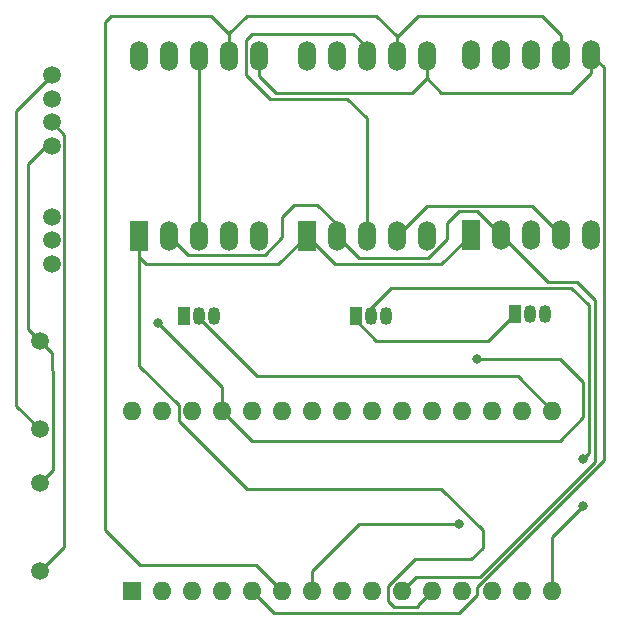
<source format=gbr>
%TF.GenerationSoftware,KiCad,Pcbnew,7.0.1-3b83917a11~171~ubuntu22.04.1*%
%TF.CreationDate,2023-03-18T14:24:15-06:00*%
%TF.ProjectId,temp_reader,74656d70-5f72-4656-9164-65722e6b6963,rev?*%
%TF.SameCoordinates,Original*%
%TF.FileFunction,Copper,L1,Top*%
%TF.FilePolarity,Positive*%
%FSLAX46Y46*%
G04 Gerber Fmt 4.6, Leading zero omitted, Abs format (unit mm)*
G04 Created by KiCad (PCBNEW 7.0.1-3b83917a11~171~ubuntu22.04.1) date 2023-03-18 14:24:15*
%MOMM*%
%LPD*%
G01*
G04 APERTURE LIST*
%TA.AperFunction,ComponentPad*%
%ADD10R,1.600000X1.600000*%
%TD*%
%TA.AperFunction,ComponentPad*%
%ADD11O,1.600000X1.600000*%
%TD*%
%TA.AperFunction,ComponentPad*%
%ADD12C,1.500000*%
%TD*%
%TA.AperFunction,ComponentPad*%
%ADD13R,1.050000X1.500000*%
%TD*%
%TA.AperFunction,ComponentPad*%
%ADD14O,1.050000X1.500000*%
%TD*%
%TA.AperFunction,ComponentPad*%
%ADD15R,1.524000X2.524000*%
%TD*%
%TA.AperFunction,ComponentPad*%
%ADD16O,1.524000X2.524000*%
%TD*%
%TA.AperFunction,ViaPad*%
%ADD17C,0.800000*%
%TD*%
%TA.AperFunction,Conductor*%
%ADD18C,0.250000*%
%TD*%
G04 APERTURE END LIST*
D10*
%TO.P,A1,1,TX1*%
%TO.N,unconnected-(A1-TX1-Pad1)*%
X130810000Y-106670000D03*
D11*
%TO.P,A1,2,RX1*%
%TO.N,unconnected-(A1-RX1-Pad2)*%
X133350000Y-106670000D03*
%TO.P,A1,3,~{RESET}*%
%TO.N,unconnected-(A1-~{RESET}-Pad3)*%
X135890000Y-106670000D03*
%TO.P,A1,4,GND*%
%TO.N,GND*%
X138430000Y-106670000D03*
%TO.P,A1,5,D2*%
%TO.N,vtr*%
X140970000Y-106670000D03*
%TO.P,A1,6,D3*%
%TO.N,ht*%
X143510000Y-106670000D03*
%TO.P,A1,7,D4*%
%TO.N,vtl*%
X146050000Y-106670000D03*
%TO.P,A1,8,D5*%
%TO.N,hm*%
X148590000Y-106670000D03*
%TO.P,A1,9,D6*%
%TO.N,vbr*%
X151130000Y-106670000D03*
%TO.P,A1,10,D7*%
%TO.N,hb*%
X153670000Y-106670000D03*
%TO.P,A1,11,D8*%
%TO.N,vbl*%
X156210000Y-106670000D03*
%TO.P,A1,12,D9*%
%TO.N,Net-(A1-D9)*%
X158750000Y-106670000D03*
%TO.P,A1,13,D10*%
%TO.N,unconnected-(A1-D10-Pad13)*%
X161290000Y-106670000D03*
%TO.P,A1,14,MOSI*%
%TO.N,seg3*%
X163830000Y-106670000D03*
%TO.P,A1,15,MISO*%
%TO.N,seg2*%
X166370000Y-106670000D03*
%TO.P,A1,16,SCK*%
%TO.N,seg1*%
X166370000Y-91430000D03*
%TO.P,A1,17,3V3*%
%TO.N,+3.3V*%
X163830000Y-91430000D03*
%TO.P,A1,18,AREF*%
%TO.N,unconnected-(A1-AREF-Pad18)*%
X161290000Y-91430000D03*
%TO.P,A1,19,A0*%
%TO.N,unconnected-(A1-A0-Pad19)*%
X158750000Y-91430000D03*
%TO.P,A1,20,A1*%
%TO.N,unconnected-(A1-A1-Pad20)*%
X156210000Y-91430000D03*
%TO.P,A1,21,A2*%
%TO.N,unconnected-(A1-A2-Pad21)*%
X153670000Y-91430000D03*
%TO.P,A1,22,A3*%
%TO.N,unconnected-(A1-A3-Pad22)*%
X151130000Y-91430000D03*
%TO.P,A1,23,SDA/A4*%
%TO.N,SDA*%
X148590000Y-91430000D03*
%TO.P,A1,24,SCL/A5*%
%TO.N,SCL*%
X146050000Y-91430000D03*
%TO.P,A1,25,A6*%
%TO.N,unconnected-(A1-A6-Pad25)*%
X143510000Y-91430000D03*
%TO.P,A1,26,A7*%
%TO.N,unconnected-(A1-A7-Pad26)*%
X140970000Y-91430000D03*
%TO.P,A1,27,+5V*%
%TO.N,+5V*%
X138430000Y-91430000D03*
%TO.P,A1,28,~{RESET}*%
%TO.N,unconnected-(A1-~{RESET}-Pad28)*%
X135890000Y-91430000D03*
%TO.P,A1,29,GND*%
%TO.N,GND*%
X133350000Y-91430000D03*
%TO.P,A1,30,VIN*%
%TO.N,unconnected-(A1-VIN-Pad30)*%
X130810000Y-91430000D03*
%TD*%
D12*
%TO.P,U5,1,GND*%
%TO.N,GND*%
X124000000Y-79000000D03*
%TO.P,U5,2,V+*%
%TO.N,+5V*%
X124000000Y-77000000D03*
%TO.P,U5,3,ctrl*%
%TO.N,Net-(A1-D9)*%
X124000000Y-75000000D03*
%TD*%
D13*
%TO.P,Q2,1,E*%
%TO.N,GND*%
X149730000Y-83360000D03*
D14*
%TO.P,Q2,2,B*%
%TO.N,seg2*%
X151000000Y-83360000D03*
%TO.P,Q2,3,C*%
%TO.N,Net-(Q2-C)*%
X152270000Y-83360000D03*
%TD*%
D13*
%TO.P,Q3,1,E*%
%TO.N,GND*%
X163230000Y-83220000D03*
D14*
%TO.P,Q3,2,B*%
%TO.N,seg3*%
X164500000Y-83220000D03*
%TO.P,Q3,3,C*%
%TO.N,Net-(Q3-C)*%
X165770000Y-83220000D03*
%TD*%
D12*
%TO.P,R2,1*%
%TO.N,SDA*%
X123000000Y-105000000D03*
%TO.P,R2,2*%
%TO.N,+3.3V*%
X123000000Y-97500000D03*
%TD*%
D15*
%TO.P,U2,1,vbl*%
%TO.N,vbl*%
X145580000Y-76620000D03*
D16*
%TO.P,U2,2,hb*%
%TO.N,hb*%
X148120000Y-76620000D03*
%TO.P,U2,3,GND*%
%TO.N,Net-(Q2-C)*%
X150660000Y-76620000D03*
%TO.P,U2,4,vbr*%
%TO.N,vbr*%
X153200000Y-76620000D03*
%TO.P,U2,5,DP*%
%TO.N,+5V*%
X155740000Y-76620000D03*
%TO.P,U2,6,vtr*%
%TO.N,vtr*%
X155740000Y-61380000D03*
%TO.P,U2,7,ht*%
%TO.N,ht*%
X153200000Y-61380000D03*
%TO.P,U2,8,GND*%
%TO.N,Net-(Q2-C)*%
X150660000Y-61380000D03*
%TO.P,U2,9,vtl*%
%TO.N,vtl*%
X148120000Y-61380000D03*
%TO.P,U2,10,hm*%
%TO.N,hm*%
X145580000Y-61380000D03*
%TD*%
D15*
%TO.P,U3,1,vbl*%
%TO.N,vbl*%
X159500000Y-76500000D03*
D16*
%TO.P,U3,2,hb*%
%TO.N,hb*%
X162040000Y-76500000D03*
%TO.P,U3,3,GND*%
%TO.N,Net-(Q3-C)*%
X164580000Y-76500000D03*
%TO.P,U3,4,vbr*%
%TO.N,vbr*%
X167120000Y-76500000D03*
%TO.P,U3,5,DP*%
%TO.N,unconnected-(U3-DP-Pad5)*%
X169660000Y-76500000D03*
%TO.P,U3,6,vtr*%
%TO.N,vtr*%
X169660000Y-61260000D03*
%TO.P,U3,7,ht*%
%TO.N,ht*%
X167120000Y-61260000D03*
%TO.P,U3,8,GND*%
%TO.N,Net-(Q3-C)*%
X164580000Y-61260000D03*
%TO.P,U3,9,vtl*%
%TO.N,vtl*%
X162040000Y-61260000D03*
%TO.P,U3,10,hm*%
%TO.N,hm*%
X159500000Y-61260000D03*
%TD*%
D12*
%TO.P,U4,1,V+*%
%TO.N,+3.3V*%
X124000000Y-69000000D03*
%TO.P,U4,2,SDA*%
%TO.N,SDA*%
X124000000Y-67000000D03*
%TO.P,U4,3,GND*%
%TO.N,GND*%
X124000000Y-65000000D03*
%TO.P,U4,4,SCL*%
%TO.N,SCL*%
X124000000Y-63000000D03*
%TD*%
D13*
%TO.P,Q1,1,E*%
%TO.N,GND*%
X135230000Y-83360000D03*
D14*
%TO.P,Q1,2,B*%
%TO.N,seg1*%
X136500000Y-83360000D03*
%TO.P,Q1,3,C*%
%TO.N,Net-(Q1-C)*%
X137770000Y-83360000D03*
%TD*%
D15*
%TO.P,U1,1,vbl*%
%TO.N,vbl*%
X131420000Y-76620000D03*
D16*
%TO.P,U1,2,hb*%
%TO.N,hb*%
X133960000Y-76620000D03*
%TO.P,U1,3,GND*%
%TO.N,Net-(Q1-C)*%
X136500000Y-76620000D03*
%TO.P,U1,4,vbr*%
%TO.N,vbr*%
X139040000Y-76620000D03*
%TO.P,U1,5,DP*%
%TO.N,unconnected-(U1-DP-Pad5)*%
X141580000Y-76620000D03*
%TO.P,U1,6,vtr*%
%TO.N,vtr*%
X141580000Y-61380000D03*
%TO.P,U1,7,ht*%
%TO.N,ht*%
X139040000Y-61380000D03*
%TO.P,U1,8,GND*%
%TO.N,Net-(Q1-C)*%
X136500000Y-61380000D03*
%TO.P,U1,9,vtl*%
%TO.N,vtl*%
X133960000Y-61380000D03*
%TO.P,U1,10,hm*%
%TO.N,hm*%
X131420000Y-61380000D03*
%TD*%
D12*
%TO.P,R1,1*%
%TO.N,SCL*%
X123000000Y-93000000D03*
%TO.P,R1,2*%
%TO.N,+3.3V*%
X123000000Y-85500000D03*
%TD*%
D17*
%TO.N,seg2*%
X169000000Y-95500000D03*
X169000000Y-99500000D03*
%TO.N,+5V*%
X133000000Y-84000000D03*
X160000000Y-87000000D03*
%TO.N,vtl*%
X158500000Y-101000000D03*
%TD*%
D18*
%TO.N,SDA*%
X123000000Y-105000000D02*
X125075000Y-102925000D01*
X125075000Y-102925000D02*
X125075000Y-68075000D01*
X125075000Y-68075000D02*
X124000000Y-67000000D01*
%TO.N,SCL*%
X124000000Y-63000000D02*
X121000000Y-66000000D01*
X121000000Y-66000000D02*
X121000000Y-91000000D01*
X121000000Y-91000000D02*
X123000000Y-93000000D01*
%TO.N,Net-(Q1-C)*%
X136500000Y-61380000D02*
X136500000Y-76620000D01*
%TO.N,GND*%
X163230000Y-83220000D02*
X160950000Y-85500000D01*
X160950000Y-85500000D02*
X151500000Y-85500000D01*
X151500000Y-85500000D02*
X149730000Y-83730000D01*
%TO.N,seg2*%
X151000000Y-83360000D02*
X151000000Y-82705000D01*
X166370000Y-102130000D02*
X169000000Y-99500000D01*
X151000000Y-82705000D02*
X152705000Y-81000000D01*
X169500000Y-82500000D02*
X169500000Y-95000000D01*
X169500000Y-95000000D02*
X169000000Y-95500000D01*
X166370000Y-106670000D02*
X166370000Y-102130000D01*
X168000000Y-81000000D02*
X169500000Y-82500000D01*
X152705000Y-81000000D02*
X168000000Y-81000000D01*
%TO.N,seg1*%
X166370000Y-91430000D02*
X163440000Y-88500000D01*
X141415000Y-88500000D02*
X136500000Y-83585000D01*
X163440000Y-88500000D02*
X141415000Y-88500000D01*
%TO.N,vbr*%
X167120000Y-76500000D02*
X164670000Y-74050000D01*
X164670000Y-74050000D02*
X155770000Y-74050000D01*
X155770000Y-74050000D02*
X153200000Y-76620000D01*
%TO.N,hb*%
X158500000Y-74500000D02*
X160040000Y-74500000D01*
X157500000Y-76897250D02*
X157500000Y-75500000D01*
X170000000Y-95732613D02*
X160232613Y-105500000D01*
X143500000Y-75000000D02*
X144500000Y-74000000D01*
X162040000Y-76500000D02*
X166040000Y-80500000D01*
X166040000Y-80500000D02*
X168500000Y-80500000D01*
X146500000Y-74000000D02*
X148120000Y-75620000D01*
X160040000Y-74500000D02*
X162040000Y-76500000D01*
X133960000Y-76620000D02*
X135547000Y-78207000D01*
X143500000Y-76737250D02*
X143500000Y-75000000D01*
X170000000Y-82000000D02*
X170000000Y-95732613D01*
X157500000Y-75500000D02*
X158500000Y-74500000D01*
X160232613Y-105500000D02*
X154840000Y-105500000D01*
X144500000Y-74000000D02*
X146500000Y-74000000D01*
X142030250Y-78207000D02*
X143500000Y-76737250D01*
X150000000Y-78500000D02*
X155897250Y-78500000D01*
X168500000Y-80500000D02*
X170000000Y-82000000D01*
X135547000Y-78207000D02*
X142030250Y-78207000D01*
X155897250Y-78500000D02*
X157500000Y-76897250D01*
X148120000Y-76620000D02*
X150000000Y-78500000D01*
X154840000Y-105500000D02*
X153670000Y-106670000D01*
%TO.N,vbl*%
X155000000Y-108000000D02*
X155000000Y-107880000D01*
X131420000Y-76620000D02*
X131420000Y-78420000D01*
X134765000Y-90964009D02*
X134765000Y-92265000D01*
X131420000Y-87619009D02*
X134765000Y-90964009D01*
X160500000Y-101500000D02*
X160500000Y-103000000D01*
X143200000Y-79000000D02*
X145580000Y-76620000D01*
X160500000Y-103000000D02*
X159500000Y-104000000D01*
X140500000Y-98000000D02*
X157000000Y-98000000D01*
X153000000Y-108000000D02*
X155000000Y-108000000D01*
X131420000Y-78420000D02*
X132000000Y-79000000D01*
X157000000Y-79000000D02*
X159500000Y-76500000D01*
X157000000Y-98000000D02*
X160500000Y-101500000D01*
X154749009Y-104000000D02*
X152500000Y-106249009D01*
X159500000Y-104000000D02*
X154749009Y-104000000D01*
X132000000Y-79000000D02*
X143200000Y-79000000D01*
X131420000Y-76620000D02*
X131420000Y-87619009D01*
X152500000Y-106249009D02*
X152500000Y-107500000D01*
X155000000Y-107880000D02*
X156210000Y-106670000D01*
X134765000Y-92265000D02*
X140500000Y-98000000D01*
X147960000Y-79000000D02*
X157000000Y-79000000D01*
X145580000Y-76620000D02*
X147960000Y-79000000D01*
X152500000Y-107500000D02*
X153000000Y-108000000D01*
%TO.N,+5V*%
X169000000Y-91980000D02*
X169000000Y-89000000D01*
X138430000Y-89430000D02*
X133000000Y-84000000D01*
X140980000Y-93980000D02*
X167000000Y-93980000D01*
X138430000Y-91430000D02*
X138430000Y-89430000D01*
X167000000Y-93980000D02*
X169000000Y-91980000D01*
X169000000Y-89000000D02*
X167000000Y-87000000D01*
X138430000Y-91430000D02*
X140980000Y-93980000D01*
X160000000Y-87000000D02*
X167000000Y-87000000D01*
%TO.N,+3.3V*%
X123000000Y-85500000D02*
X122000000Y-84500000D01*
X124075000Y-96425000D02*
X124075000Y-88075000D01*
X123000000Y-97500000D02*
X124075000Y-96425000D01*
X122000000Y-84500000D02*
X122000000Y-70500000D01*
X124000000Y-88000000D02*
X124000000Y-86500000D01*
X124000000Y-86500000D02*
X123000000Y-85500000D01*
X122000000Y-70500000D02*
X124000000Y-68500000D01*
X124075000Y-88075000D02*
X124000000Y-88000000D01*
%TO.N,Net-(Q2-C)*%
X142500000Y-65000000D02*
X149000000Y-65000000D01*
X149000000Y-65000000D02*
X150660000Y-66660000D01*
X140493000Y-60007000D02*
X140493000Y-62993000D01*
X141000000Y-59500000D02*
X140493000Y-60007000D01*
X150660000Y-60660000D02*
X149500000Y-59500000D01*
X140493000Y-62993000D02*
X142500000Y-65000000D01*
X150660000Y-66660000D02*
X150660000Y-76620000D01*
X149500000Y-59500000D02*
X141000000Y-59500000D01*
%TO.N,vtr*%
X169660000Y-61260000D02*
X170747000Y-62347000D01*
X168000000Y-64500000D02*
X169660000Y-62840000D01*
X170747000Y-95622009D02*
X160000000Y-106369009D01*
X155740000Y-63240000D02*
X157000000Y-64500000D01*
X143000000Y-64500000D02*
X154500000Y-64500000D01*
X169660000Y-62840000D02*
X169660000Y-61260000D01*
X157000000Y-64500000D02*
X168000000Y-64500000D01*
X141580000Y-61380000D02*
X141580000Y-63080000D01*
X155740000Y-63260000D02*
X155740000Y-61380000D01*
X155740000Y-63260000D02*
X155740000Y-63240000D01*
X142800000Y-108500000D02*
X140970000Y-106670000D01*
X160000000Y-106369009D02*
X160000000Y-107010991D01*
X141580000Y-63080000D02*
X143000000Y-64500000D01*
X158510991Y-108500000D02*
X142800000Y-108500000D01*
X154500000Y-64500000D02*
X155740000Y-63260000D01*
X160000000Y-107010991D02*
X158510991Y-108500000D01*
X170747000Y-62347000D02*
X170747000Y-95622009D01*
%TO.N,ht*%
X139040000Y-61380000D02*
X139040000Y-59460000D01*
X141340000Y-104500000D02*
X143510000Y-106670000D01*
X151500000Y-58000000D02*
X153200000Y-59700000D01*
X165500000Y-58000000D02*
X167120000Y-59620000D01*
X128500000Y-58500000D02*
X128500000Y-101500000D01*
X139040000Y-61380000D02*
X139040000Y-59540000D01*
X153200000Y-59700000D02*
X153200000Y-61380000D01*
X131500000Y-104500000D02*
X141340000Y-104500000D01*
X139040000Y-59540000D02*
X137500000Y-58000000D01*
X129000000Y-58000000D02*
X128500000Y-58500000D01*
X167120000Y-59620000D02*
X167120000Y-61260000D01*
X128500000Y-101500000D02*
X131500000Y-104500000D01*
X155000000Y-58000000D02*
X165500000Y-58000000D01*
X153300000Y-59700000D02*
X153200000Y-59700000D01*
X155000000Y-58000000D02*
X153300000Y-59700000D01*
X139040000Y-59460000D02*
X140500000Y-58000000D01*
X140500000Y-58000000D02*
X151500000Y-58000000D01*
X137500000Y-58000000D02*
X129000000Y-58000000D01*
%TO.N,vtl*%
X150000000Y-101000000D02*
X158500000Y-101000000D01*
X146050000Y-106670000D02*
X146050000Y-104950000D01*
X146050000Y-104950000D02*
X150000000Y-101000000D01*
%TD*%
M02*

</source>
